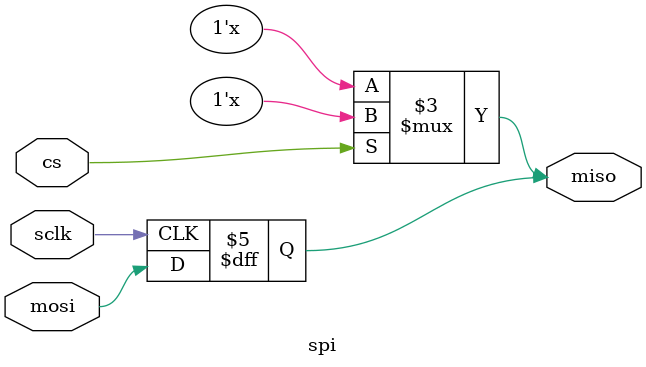
<source format=v>
module spi(
    input wire cs,         // Chip select (active low)
    input wire sclk,        // Serial clock
    input wire mosi,       // Master Out Slave In
    output reg miso        //Master In Slave Out
);
always @(cs) begin
   if (cs)
      miso <= 1'bz;
end
always @(posedge sclk) begin
   miso <= mosi;
end

endmodule
</source>
